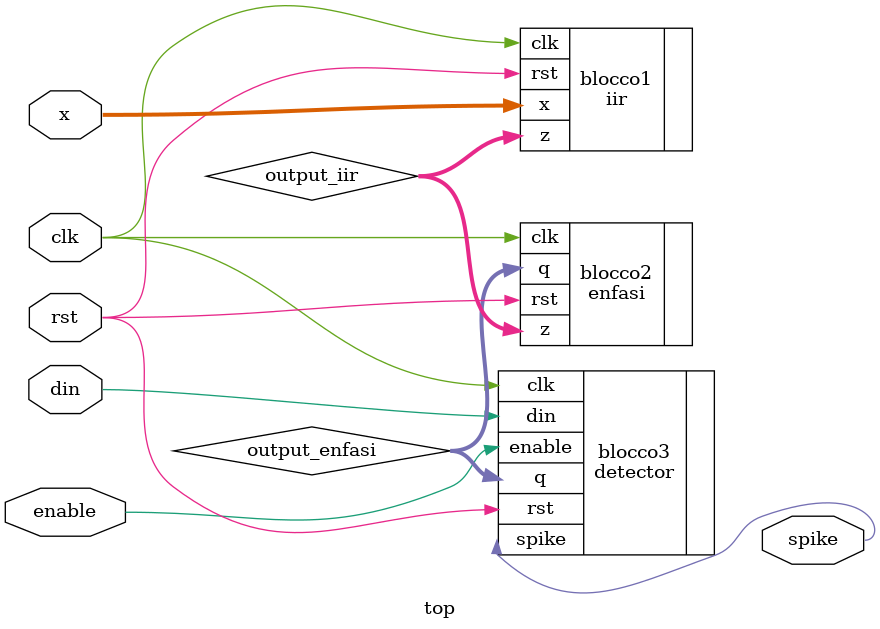
<source format=sv>
`timescale 1ns/1ps
module top (input logic clk, rst,
            input logic enable, din,
            input logic signed [10:0] x,
            output logic spike);

logic signed [10:0] output_iir;
logic signed [11:0] output_enfasi;

iir blocco1 (.clk(clk),.rst(rst),.x(x),.z(output_iir));
enfasi blocco2(.clk(clk),.rst(rst),.z(output_iir),.q(output_enfasi));
detector blocco3(.clk(clk),.rst(rst),.enable(enable),.din(din),.q(output_enfasi),.spike(spike));

endmodule


</source>
